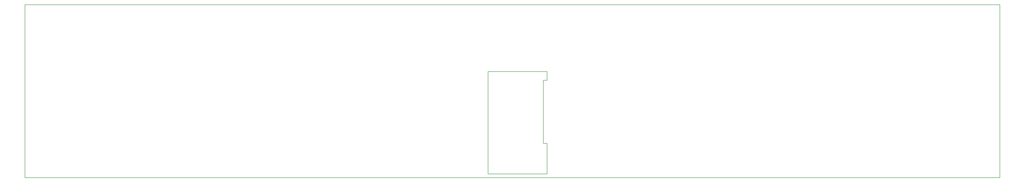
<source format=gbr>
%TF.GenerationSoftware,KiCad,Pcbnew,7.0.9*%
%TF.CreationDate,2023-12-16T00:38:21+01:00*%
%TF.ProjectId,gauge,67617567-652e-46b6-9963-61645f706362,rev?*%
%TF.SameCoordinates,Original*%
%TF.FileFunction,Profile,NP*%
%FSLAX46Y46*%
G04 Gerber Fmt 4.6, Leading zero omitted, Abs format (unit mm)*
G04 Created by KiCad (PCBNEW 7.0.9) date 2023-12-16 00:38:21*
%MOMM*%
%LPD*%
G01*
G04 APERTURE LIST*
%TA.AperFunction,Profile*%
%ADD10C,0.100000*%
%TD*%
%TA.AperFunction,Profile*%
%ADD11C,0.120000*%
%TD*%
G04 APERTURE END LIST*
D10*
X125000000Y-119250000D02*
X137096000Y-119250000D01*
X230000000Y-84500000D02*
X230000000Y-120000000D01*
X30000000Y-84500000D02*
X30000000Y-120000000D01*
X30000000Y-120000000D02*
X30500000Y-120000000D01*
X124500000Y-120000000D02*
X30500000Y-120000000D01*
X30000000Y-84500000D02*
X230000000Y-84500000D01*
X137500000Y-120000000D02*
X124500000Y-120000000D01*
X230000000Y-120000000D02*
X137500000Y-120000000D01*
D11*
%TO.C,U1*%
X137096000Y-113018000D02*
X137096000Y-119250000D01*
X137096000Y-100064000D02*
X136334000Y-100064000D01*
X137096000Y-98250000D02*
X137096000Y-100064000D01*
X137096000Y-98250000D02*
X125000000Y-98250000D01*
X136334000Y-113018000D02*
X137096000Y-113018000D01*
X136334000Y-100064000D02*
X136334000Y-113018000D01*
X125000000Y-98250000D02*
X125000000Y-119250000D01*
%TD*%
M02*

</source>
